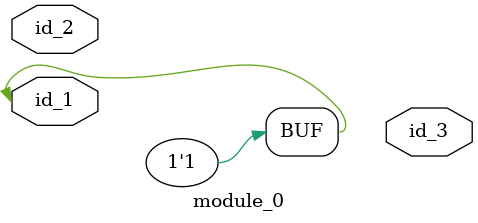
<source format=v>
module module_0 (
    id_1,
    id_2,
    id_3
);
  output id_3;
  input id_2;
  inout id_1;
  assign id_1 = 1;
endmodule

</source>
